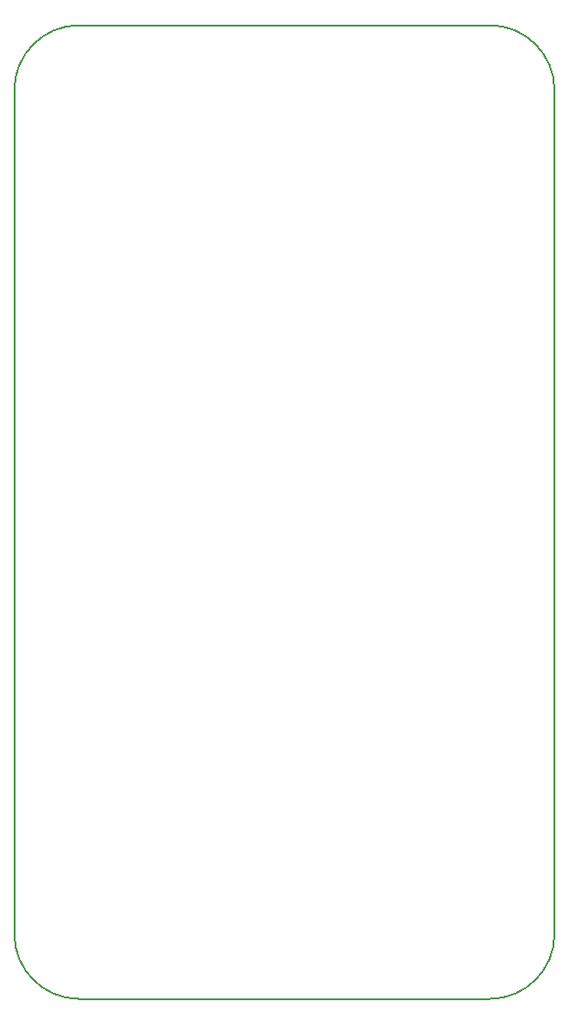
<source format=gbr>
G04 DipTrace 2.4.0.2*
%INBoardOutline.gbr*%
%MOIN*%
%ADD11C,0.0055*%
%FSLAX44Y44*%
G04*
G70*
G90*
G75*
G01*
%LNBoardOutline*%
%LPD*%
X2362Y0D2*
D11*
X17323D1*
G03X19685Y2362I0J2362D01*
G01*
Y33071D1*
G03X17323Y35433I-2362J0D01*
G01*
X2362D1*
G03X0Y33071I0J-2362D01*
G01*
Y2362D1*
G03X2362Y0I2362J0D01*
G01*
M02*

</source>
